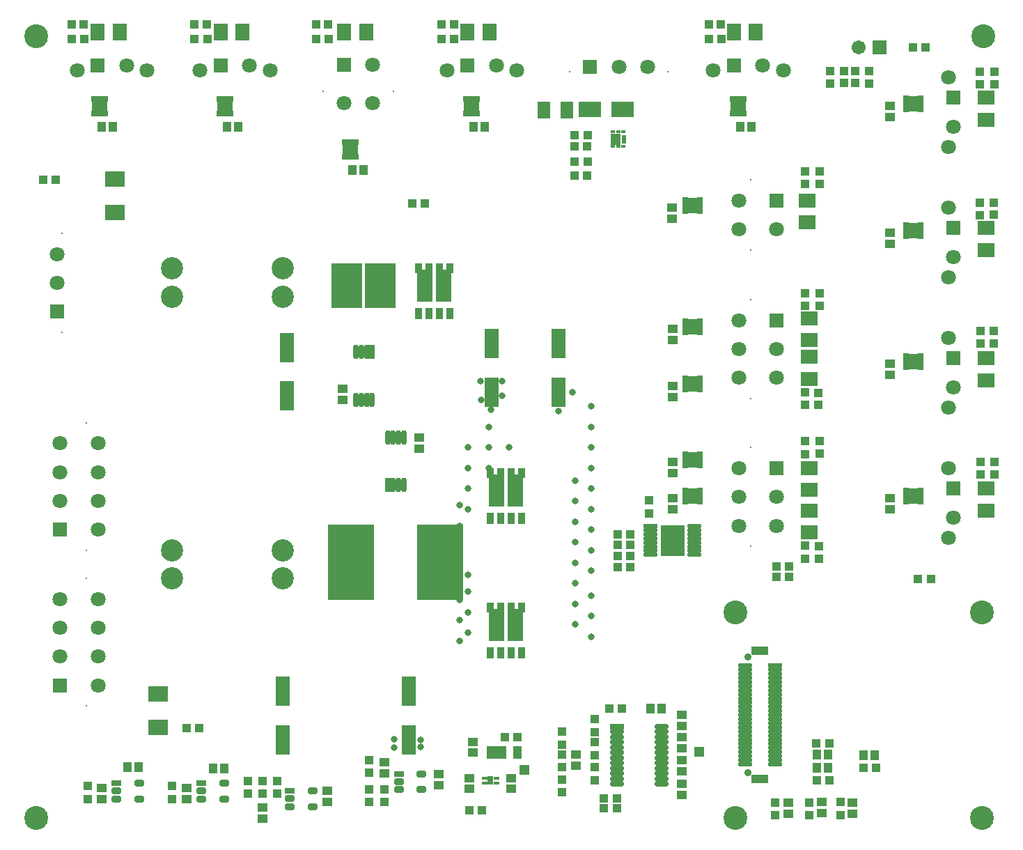
<source format=gts>
G04*
G04 #@! TF.GenerationSoftware,Altium Limited,Altium Designer,18.1.6 (161)*
G04*
G04 Layer_Color=8388736*
%FSLAX25Y25*%
%MOIN*%
G70*
G01*
G75*
%ADD26R,0.00787X0.03150*%
%ADD32R,0.03150X0.00787*%
%ADD60R,0.04147X0.04147*%
%ADD61R,0.06902X0.14383*%
%ADD62R,0.04537X0.04143*%
G04:AMPARAMS|DCode=63|XSize=67.06mil|YSize=25.72mil|CornerRadius=8.43mil|HoleSize=0mil|Usage=FLASHONLY|Rotation=270.000|XOffset=0mil|YOffset=0mil|HoleType=Round|Shape=RoundedRectangle|*
%AMROUNDEDRECTD63*
21,1,0.06706,0.00886,0,0,270.0*
21,1,0.05020,0.02572,0,0,270.0*
1,1,0.01686,-0.00443,-0.02510*
1,1,0.01686,-0.00443,0.02510*
1,1,0.01686,0.00443,0.02510*
1,1,0.01686,0.00443,-0.02510*
%
%ADD63ROUNDEDRECTD63*%
%ADD64R,0.02572X0.06706*%
%ADD65R,0.08083X0.06706*%
%ADD66R,0.04147X0.04147*%
%ADD67R,0.04737X0.04737*%
%ADD68R,0.04737X0.07493*%
%ADD69R,0.02769X0.01981*%
%ADD70R,0.10642X0.07493*%
%ADD71R,0.06312X0.07887*%
%ADD72R,0.06706X0.08083*%
%ADD73R,0.07493X0.04737*%
%ADD74R,0.01981X0.02769*%
%ADD75R,0.04143X0.04537*%
%ADD76R,0.07296X0.15800*%
%ADD77R,0.03202X0.04816*%
%ADD78R,0.03202X0.05800*%
%ADD79R,0.02769X0.04186*%
%ADD80R,0.02769X0.01784*%
%ADD81R,0.03950X0.03950*%
%ADD82R,0.03950X0.03950*%
%ADD83R,0.06706X0.02178*%
G04:AMPARAMS|DCode=84|XSize=21.78mil|YSize=67.06mil|CornerRadius=7.45mil|HoleSize=0mil|Usage=FLASHONLY|Rotation=90.000|XOffset=0mil|YOffset=0mil|HoleType=Round|Shape=RoundedRectangle|*
%AMROUNDEDRECTD84*
21,1,0.02178,0.05217,0,0,90.0*
21,1,0.00689,0.06706,0,0,90.0*
1,1,0.01489,0.02608,0.00345*
1,1,0.01489,0.02608,-0.00345*
1,1,0.01489,-0.02608,-0.00345*
1,1,0.01489,-0.02608,0.00345*
%
%ADD84ROUNDEDRECTD84*%
%ADD85R,0.11824X0.14580*%
%ADD86R,0.09300X0.07800*%
%ADD87R,0.07887X0.03950*%
%ADD88O,0.07099X0.01981*%
%ADD89R,0.07099X0.01981*%
%ADD90R,0.09461X0.06312*%
%ADD91R,0.04343X0.06312*%
%ADD92R,0.22257X0.36233*%
%ADD93R,0.14619X0.21784*%
G04:AMPARAMS|DCode=94|XSize=31.62mil|YSize=47.37mil|CornerRadius=9.91mil|HoleSize=0mil|Usage=FLASHONLY|Rotation=90.000|XOffset=0mil|YOffset=0mil|HoleType=Round|Shape=RoundedRectangle|*
%AMROUNDEDRECTD94*
21,1,0.03162,0.02756,0,0,90.0*
21,1,0.01181,0.04737,0,0,90.0*
1,1,0.01981,0.01378,0.00591*
1,1,0.01981,0.01378,-0.00591*
1,1,0.01981,-0.01378,-0.00591*
1,1,0.01981,-0.01378,0.00591*
%
%ADD94ROUNDEDRECTD94*%
%ADD95R,0.04737X0.03162*%
G04:AMPARAMS|DCode=96|XSize=25.72mil|YSize=65.09mil|CornerRadius=8.43mil|HoleSize=0mil|Usage=FLASHONLY|Rotation=90.000|XOffset=0mil|YOffset=0mil|HoleType=Round|Shape=RoundedRectangle|*
%AMROUNDEDRECTD96*
21,1,0.02572,0.04823,0,0,90.0*
21,1,0.00886,0.06509,0,0,90.0*
1,1,0.01686,0.02411,0.00443*
1,1,0.01686,0.02411,-0.00443*
1,1,0.01686,-0.02411,-0.00443*
1,1,0.01686,-0.02411,0.00443*
%
%ADD96ROUNDEDRECTD96*%
%ADD97R,0.06509X0.02572*%
%ADD98R,0.04737X0.05524*%
%ADD99R,0.02375X0.01784*%
%ADD100R,0.01981X0.03910*%
%ADD101C,0.00800*%
%ADD102R,0.07099X0.07099*%
%ADD103C,0.07099*%
%ADD104R,0.06706X0.06706*%
%ADD105C,0.06706*%
%ADD106R,0.07099X0.07099*%
%ADD107C,0.11430*%
%ADD108C,0.03556*%
%ADD109C,0.10642*%
%ADD110C,0.03162*%
D26*
X326992Y304626D02*
D03*
Y219291D02*
D03*
X432480Y165669D02*
D03*
Y230072D02*
D03*
Y292736D02*
D03*
Y353346D02*
D03*
X326992Y246850D02*
D03*
Y183071D02*
D03*
Y165669D02*
D03*
D32*
X158251Y332506D02*
D03*
X98085Y353228D02*
D03*
X38243D02*
D03*
X216196D02*
D03*
X343716D02*
D03*
D60*
X149803Y382579D02*
D03*
X143701D02*
D03*
X81693Y52720D02*
D03*
X87795D02*
D03*
X26644Y382579D02*
D03*
X32747D02*
D03*
X85630D02*
D03*
X91732D02*
D03*
X273712Y323893D02*
D03*
X267610D02*
D03*
X267413Y317262D02*
D03*
X273515D02*
D03*
X203740Y382579D02*
D03*
X209842D02*
D03*
X331693D02*
D03*
X337795D02*
D03*
X294154Y135065D02*
D03*
X288052D02*
D03*
X294154Y140315D02*
D03*
X288052D02*
D03*
X284037Y62205D02*
D03*
X290139D02*
D03*
X13145Y314961D02*
D03*
X19247D02*
D03*
X189704Y303642D02*
D03*
X195807D02*
D03*
X431890Y124016D02*
D03*
X437992D02*
D03*
X217180Y13374D02*
D03*
X223282D02*
D03*
X429528Y378546D02*
D03*
X435630D02*
D03*
X370276Y130020D02*
D03*
X364173D02*
D03*
X281555Y18996D02*
D03*
X287657D02*
D03*
X281555Y14567D02*
D03*
X287657D02*
D03*
X383366Y27758D02*
D03*
X389469D02*
D03*
X240074Y48577D02*
D03*
X233971D02*
D03*
X383268Y45276D02*
D03*
X389370D02*
D03*
X405709Y33676D02*
D03*
X411811D02*
D03*
X288150Y129921D02*
D03*
X294253D02*
D03*
X288052Y145508D02*
D03*
X294154D02*
D03*
X267610Y336479D02*
D03*
X273712D02*
D03*
D61*
X187987Y47244D02*
D03*
Y70472D02*
D03*
X227662Y213484D02*
D03*
Y236713D02*
D03*
X127665Y47244D02*
D03*
Y70472D02*
D03*
X259842Y213484D02*
D03*
Y236713D02*
D03*
X129921Y211614D02*
D03*
Y234842D02*
D03*
D62*
X193001Y191791D02*
D03*
Y186476D02*
D03*
X156578Y209783D02*
D03*
Y215098D02*
D03*
X400591Y17224D02*
D03*
Y11909D02*
D03*
X268257Y40053D02*
D03*
Y34738D02*
D03*
X314325Y211024D02*
D03*
Y216339D02*
D03*
X314573Y180118D02*
D03*
Y174803D02*
D03*
X418307Y221804D02*
D03*
Y227119D02*
D03*
Y284399D02*
D03*
Y289714D02*
D03*
X418307Y157402D02*
D03*
Y162716D02*
D03*
X418307Y345079D02*
D03*
Y350394D02*
D03*
X313976Y296358D02*
D03*
Y301673D02*
D03*
X314325Y238583D02*
D03*
Y243898D02*
D03*
X314573Y157319D02*
D03*
Y162634D02*
D03*
X318898Y59115D02*
D03*
Y53800D02*
D03*
X237022Y23624D02*
D03*
Y28939D02*
D03*
X217180Y23624D02*
D03*
Y28939D02*
D03*
X149222Y22736D02*
D03*
Y17421D02*
D03*
X118110Y14764D02*
D03*
Y9449D02*
D03*
X369660Y17224D02*
D03*
Y11909D02*
D03*
X202559Y30906D02*
D03*
Y25591D02*
D03*
X176476Y31236D02*
D03*
Y36551D02*
D03*
X385827Y17323D02*
D03*
Y12008D02*
D03*
X318898Y48451D02*
D03*
Y43136D02*
D03*
X218920Y46266D02*
D03*
Y40951D02*
D03*
X318898Y37396D02*
D03*
Y32081D02*
D03*
Y25951D02*
D03*
Y20636D02*
D03*
X41196Y18898D02*
D03*
Y24213D02*
D03*
X81693Y18898D02*
D03*
Y24213D02*
D03*
D63*
X162929Y209783D02*
D03*
X165488D02*
D03*
X168047D02*
D03*
X170606D02*
D03*
X162929Y232618D02*
D03*
X165488D02*
D03*
X168047D02*
D03*
X180610Y168957D02*
D03*
X183169D02*
D03*
X185728D02*
D03*
X178051Y191791D02*
D03*
X180610D02*
D03*
X183169D02*
D03*
X185728D02*
D03*
D64*
X170606Y232618D02*
D03*
X178051Y168957D02*
D03*
D65*
X379921Y238386D02*
D03*
Y248819D02*
D03*
Y219862D02*
D03*
Y230295D02*
D03*
X379819Y156714D02*
D03*
Y146281D02*
D03*
Y177154D02*
D03*
Y166720D02*
D03*
X464567Y167358D02*
D03*
Y156925D02*
D03*
Y219226D02*
D03*
Y229659D02*
D03*
Y281562D02*
D03*
Y291995D02*
D03*
Y343898D02*
D03*
Y354331D02*
D03*
X378937Y294685D02*
D03*
Y305118D02*
D03*
D66*
X377953Y207285D02*
D03*
Y213387D02*
D03*
X394685Y17323D02*
D03*
Y11220D02*
D03*
X379850Y17224D02*
D03*
Y11122D02*
D03*
X363386Y17224D02*
D03*
Y11122D02*
D03*
X125068Y21457D02*
D03*
Y27559D02*
D03*
X118110D02*
D03*
Y21457D02*
D03*
X111221Y21457D02*
D03*
Y27559D02*
D03*
X461712Y242815D02*
D03*
Y236713D02*
D03*
X461614Y304232D02*
D03*
Y298130D02*
D03*
X461712Y180118D02*
D03*
Y174016D02*
D03*
X461614Y366811D02*
D03*
Y360709D02*
D03*
X377850Y319094D02*
D03*
Y312991D02*
D03*
Y260827D02*
D03*
Y254724D02*
D03*
X169095Y37437D02*
D03*
Y31335D02*
D03*
X176476Y23425D02*
D03*
Y17323D02*
D03*
X377850Y139947D02*
D03*
Y133844D02*
D03*
X408425Y367244D02*
D03*
Y361142D02*
D03*
X389764Y367244D02*
D03*
Y361142D02*
D03*
X277125Y50848D02*
D03*
Y56951D02*
D03*
Y39848D02*
D03*
Y45951D02*
D03*
Y27848D02*
D03*
Y33951D02*
D03*
X261325Y44900D02*
D03*
Y51002D02*
D03*
Y33951D02*
D03*
Y40053D02*
D03*
Y21951D02*
D03*
Y28053D02*
D03*
X169095Y23425D02*
D03*
Y17323D02*
D03*
X34449Y25000D02*
D03*
Y18898D02*
D03*
X74634Y25000D02*
D03*
Y18898D02*
D03*
X303293Y155512D02*
D03*
Y161614D02*
D03*
X377850Y183847D02*
D03*
Y189949D02*
D03*
D67*
X243628Y32848D02*
D03*
X327203Y41511D02*
D03*
D68*
X324039Y302658D02*
D03*
Y217323D02*
D03*
X429528Y163701D02*
D03*
Y228104D02*
D03*
Y290768D02*
D03*
Y351378D02*
D03*
X324039Y244882D02*
D03*
Y181102D02*
D03*
Y163701D02*
D03*
D69*
X327582Y299705D02*
D03*
Y301673D02*
D03*
Y303642D02*
D03*
Y305610D02*
D03*
X320496D02*
D03*
Y303642D02*
D03*
Y301673D02*
D03*
Y299705D02*
D03*
X327582Y214370D02*
D03*
Y216339D02*
D03*
Y218307D02*
D03*
Y220276D02*
D03*
X320496D02*
D03*
Y218307D02*
D03*
Y216339D02*
D03*
Y214370D02*
D03*
X433071Y160748D02*
D03*
Y162716D02*
D03*
Y164685D02*
D03*
Y166654D02*
D03*
X425984D02*
D03*
Y164685D02*
D03*
Y162716D02*
D03*
Y160748D02*
D03*
X433071Y225151D02*
D03*
Y227119D02*
D03*
Y229088D02*
D03*
Y231056D02*
D03*
X425984D02*
D03*
Y229088D02*
D03*
Y227119D02*
D03*
Y225151D02*
D03*
X433071Y287815D02*
D03*
Y289784D02*
D03*
Y291752D02*
D03*
Y293721D02*
D03*
X425984D02*
D03*
Y291752D02*
D03*
Y289784D02*
D03*
Y287815D02*
D03*
X433071Y348425D02*
D03*
Y350394D02*
D03*
Y352362D02*
D03*
Y354331D02*
D03*
X425984D02*
D03*
Y352362D02*
D03*
Y350394D02*
D03*
Y348425D02*
D03*
X320496Y241929D02*
D03*
Y243898D02*
D03*
Y245866D02*
D03*
Y247835D02*
D03*
X327582D02*
D03*
Y245866D02*
D03*
Y243898D02*
D03*
Y241929D02*
D03*
X320496Y178150D02*
D03*
Y180118D02*
D03*
Y182087D02*
D03*
Y184055D02*
D03*
X327582D02*
D03*
Y182087D02*
D03*
Y180118D02*
D03*
Y178150D02*
D03*
X320496Y160748D02*
D03*
Y162716D02*
D03*
Y164685D02*
D03*
Y166654D02*
D03*
X327582D02*
D03*
Y164685D02*
D03*
Y162716D02*
D03*
Y160748D02*
D03*
D70*
X274696Y348799D02*
D03*
X290444D02*
D03*
D71*
X252953Y348425D02*
D03*
X263779D02*
D03*
D72*
X157229Y385827D02*
D03*
X167662D02*
D03*
X97993D02*
D03*
X108426D02*
D03*
X49660Y385827D02*
D03*
X39227D02*
D03*
X226725Y385827D02*
D03*
X216291D02*
D03*
X354149Y385827D02*
D03*
X343716D02*
D03*
D73*
X160219Y329553D02*
D03*
X100054Y350276D02*
D03*
X40211D02*
D03*
X218164D02*
D03*
X345685D02*
D03*
D74*
X163172Y333097D02*
D03*
X161204D02*
D03*
X159235D02*
D03*
X157267D02*
D03*
Y326010D02*
D03*
X159235D02*
D03*
X161204D02*
D03*
X163172D02*
D03*
X103007Y353819D02*
D03*
X101038D02*
D03*
X99070D02*
D03*
X97101D02*
D03*
Y346732D02*
D03*
X99070D02*
D03*
X101038D02*
D03*
X103007D02*
D03*
X43164Y353819D02*
D03*
X41196D02*
D03*
X39227D02*
D03*
X37259D02*
D03*
Y346732D02*
D03*
X39227D02*
D03*
X41196D02*
D03*
X43164D02*
D03*
X221117D02*
D03*
X219148D02*
D03*
X217180D02*
D03*
X215212D02*
D03*
Y353819D02*
D03*
X217180D02*
D03*
X219148D02*
D03*
X221117D02*
D03*
X348638Y346732D02*
D03*
X346669D02*
D03*
X344701D02*
D03*
X342732D02*
D03*
Y353819D02*
D03*
X344701D02*
D03*
X346669D02*
D03*
X348638D02*
D03*
D75*
X161204Y319882D02*
D03*
X166518D02*
D03*
X46511Y340551D02*
D03*
X41196D02*
D03*
X106353Y340551D02*
D03*
X101038D02*
D03*
X224463Y340551D02*
D03*
X219148D02*
D03*
X351984D02*
D03*
X346669D02*
D03*
X309154Y62008D02*
D03*
X303839D02*
D03*
X383366Y33788D02*
D03*
X388681D02*
D03*
X58780Y34058D02*
D03*
X53465D02*
D03*
X99732Y33366D02*
D03*
X94417D02*
D03*
X383366Y40201D02*
D03*
X388681D02*
D03*
X405709Y39848D02*
D03*
X411024D02*
D03*
D76*
X229975Y166339D02*
D03*
X239070D02*
D03*
X204901Y264347D02*
D03*
X195807D02*
D03*
X239070Y102024D02*
D03*
X229975D02*
D03*
D77*
X227023Y174626D02*
D03*
X232023D02*
D03*
X237022D02*
D03*
X242022D02*
D03*
X207854Y272635D02*
D03*
X202854D02*
D03*
X197854D02*
D03*
X192854D02*
D03*
X242022Y110311D02*
D03*
X237022D02*
D03*
X232023D02*
D03*
X227023D02*
D03*
D78*
X242022Y153110D02*
D03*
X237022D02*
D03*
X232023D02*
D03*
X227023D02*
D03*
X192854Y251119D02*
D03*
X197854D02*
D03*
X202854D02*
D03*
X207854D02*
D03*
X227023Y88795D02*
D03*
X232023D02*
D03*
X237022D02*
D03*
X242022D02*
D03*
D79*
X227121Y27758D02*
D03*
D80*
X229975Y28939D02*
D03*
Y26577D02*
D03*
X224306D02*
D03*
Y28939D02*
D03*
D81*
X468209Y236909D02*
D03*
Y242815D02*
D03*
Y298327D02*
D03*
Y304232D02*
D03*
X401677Y367244D02*
D03*
Y361339D02*
D03*
X396457Y367244D02*
D03*
Y361339D02*
D03*
X384543Y139764D02*
D03*
Y133858D02*
D03*
X384646Y189961D02*
D03*
Y184055D02*
D03*
Y260827D02*
D03*
Y254921D02*
D03*
X384240Y213191D02*
D03*
Y207285D02*
D03*
X468504Y180118D02*
D03*
Y174213D02*
D03*
Y366811D02*
D03*
Y360906D02*
D03*
X384842Y319094D02*
D03*
Y313188D02*
D03*
D82*
X32550Y389469D02*
D03*
X26644D02*
D03*
X91535D02*
D03*
X85630D02*
D03*
X364095Y125000D02*
D03*
X370001D02*
D03*
X331693Y389574D02*
D03*
X337598D02*
D03*
X273515Y330947D02*
D03*
X267610D02*
D03*
X203740Y389574D02*
D03*
X209646D02*
D03*
X143701D02*
D03*
X149606D02*
D03*
D83*
X303695Y149445D02*
D03*
D84*
Y147476D02*
D03*
Y145508D02*
D03*
Y143539D02*
D03*
Y141571D02*
D03*
Y139602D02*
D03*
Y137634D02*
D03*
Y135665D02*
D03*
X324955Y149445D02*
D03*
Y147476D02*
D03*
Y145508D02*
D03*
Y143539D02*
D03*
Y141571D02*
D03*
Y139602D02*
D03*
Y137634D02*
D03*
Y135665D02*
D03*
D85*
X314325Y142555D02*
D03*
D86*
X47632Y315354D02*
D03*
Y299354D02*
D03*
X68010Y53150D02*
D03*
Y69150D02*
D03*
D87*
X356299Y89764D02*
D03*
Y28346D02*
D03*
D88*
X349213Y82677D02*
D03*
Y80709D02*
D03*
Y78740D02*
D03*
Y76772D02*
D03*
Y74803D02*
D03*
Y72835D02*
D03*
Y70866D02*
D03*
Y68898D02*
D03*
Y66929D02*
D03*
Y64961D02*
D03*
Y62992D02*
D03*
Y61024D02*
D03*
Y59055D02*
D03*
Y57087D02*
D03*
Y55118D02*
D03*
Y53150D02*
D03*
Y51181D02*
D03*
Y49213D02*
D03*
Y47244D02*
D03*
Y45276D02*
D03*
Y43307D02*
D03*
Y41339D02*
D03*
Y39370D02*
D03*
Y37402D02*
D03*
Y35433D02*
D03*
X363386D02*
D03*
Y37402D02*
D03*
Y39370D02*
D03*
Y41339D02*
D03*
Y43307D02*
D03*
Y45276D02*
D03*
Y47244D02*
D03*
Y49213D02*
D03*
Y51181D02*
D03*
Y53150D02*
D03*
Y55118D02*
D03*
Y57087D02*
D03*
Y59055D02*
D03*
Y61024D02*
D03*
Y62992D02*
D03*
Y64961D02*
D03*
Y66929D02*
D03*
Y68898D02*
D03*
Y70866D02*
D03*
Y72835D02*
D03*
Y74803D02*
D03*
Y76772D02*
D03*
Y78740D02*
D03*
Y80709D02*
D03*
D89*
Y82677D02*
D03*
D90*
X230034Y40945D02*
D03*
D91*
X240074D02*
D03*
D92*
X202982Y132242D02*
D03*
X160462D02*
D03*
D93*
X158452Y264347D02*
D03*
X174593D02*
D03*
D94*
X194193Y30906D02*
D03*
Y23425D02*
D03*
X183366D02*
D03*
Y27165D02*
D03*
X99732Y26378D02*
D03*
Y18898D02*
D03*
X88905D02*
D03*
Y22638D02*
D03*
X59055Y26378D02*
D03*
Y18898D02*
D03*
X48228D02*
D03*
Y22638D02*
D03*
X142082Y22736D02*
D03*
Y15256D02*
D03*
X131255D02*
D03*
Y18996D02*
D03*
D95*
X183366Y30906D02*
D03*
X88905Y26378D02*
D03*
X48228D02*
D03*
X131255Y22736D02*
D03*
D96*
X309154Y25951D02*
D03*
Y28451D02*
D03*
Y30951D02*
D03*
Y33451D02*
D03*
Y35951D02*
D03*
Y38451D02*
D03*
Y40951D02*
D03*
Y43451D02*
D03*
Y45951D02*
D03*
Y48451D02*
D03*
Y50951D02*
D03*
Y53451D02*
D03*
X287697Y25951D02*
D03*
Y28451D02*
D03*
Y30951D02*
D03*
Y33451D02*
D03*
Y35951D02*
D03*
Y38451D02*
D03*
Y40951D02*
D03*
Y43451D02*
D03*
Y45951D02*
D03*
Y48451D02*
D03*
Y50951D02*
D03*
D97*
Y53451D02*
D03*
D98*
X287205Y334589D02*
D03*
D99*
X285827Y338231D02*
D03*
X288386D02*
D03*
X290945D02*
D03*
Y330947D02*
D03*
X288386D02*
D03*
X285827D02*
D03*
D100*
X291299Y334589D02*
D03*
D101*
X351654Y281496D02*
D03*
Y314961D02*
D03*
X33779Y137795D02*
D03*
Y198819D02*
D03*
Y63386D02*
D03*
Y124409D02*
D03*
X351654Y210433D02*
D03*
Y257677D02*
D03*
X147298Y357460D02*
D03*
X180763D02*
D03*
X351654Y139764D02*
D03*
Y187008D02*
D03*
X312285Y366614D02*
D03*
X265041D02*
D03*
X22165Y289370D02*
D03*
Y242126D02*
D03*
D102*
X364173Y305118D02*
D03*
X448819Y229659D02*
D03*
Y291995D02*
D03*
X21260Y147638D02*
D03*
Y73228D02*
D03*
X364173Y247835D02*
D03*
Y177165D02*
D03*
X448819Y354331D02*
D03*
Y167323D02*
D03*
X19685Y251969D02*
D03*
D103*
X364173Y291339D02*
D03*
X346063D02*
D03*
Y305118D02*
D03*
X446339Y206037D02*
D03*
Y239501D02*
D03*
X448819Y215879D02*
D03*
X446339Y268373D02*
D03*
Y301837D02*
D03*
X448819Y278215D02*
D03*
X121707Y367363D02*
D03*
X88243D02*
D03*
X111865Y369843D02*
D03*
X62849Y367363D02*
D03*
X29385D02*
D03*
X53007Y369843D02*
D03*
X39370Y188976D02*
D03*
X21260D02*
D03*
Y161417D02*
D03*
Y175197D02*
D03*
X39370D02*
D03*
Y161417D02*
D03*
Y147638D02*
D03*
Y114567D02*
D03*
X21260D02*
D03*
Y87008D02*
D03*
Y100787D02*
D03*
X39370D02*
D03*
Y87008D02*
D03*
Y73228D02*
D03*
X346063Y247835D02*
D03*
Y234055D02*
D03*
Y220276D02*
D03*
X364173D02*
D03*
Y234055D02*
D03*
X157141Y351870D02*
D03*
X170920D02*
D03*
Y369980D02*
D03*
X346063Y177165D02*
D03*
Y163386D02*
D03*
Y149606D02*
D03*
X364173D02*
D03*
Y163386D02*
D03*
X357496Y369843D02*
D03*
X333874Y367363D02*
D03*
X367338D02*
D03*
X302443Y369094D02*
D03*
X288663D02*
D03*
X448819Y340551D02*
D03*
X446339Y364173D02*
D03*
Y330709D02*
D03*
X229975Y369843D02*
D03*
X206353Y367363D02*
D03*
X239818D02*
D03*
X446339Y143701D02*
D03*
Y177165D02*
D03*
X448819Y153543D02*
D03*
X19685Y279528D02*
D03*
Y265748D02*
D03*
D104*
X413543Y378546D02*
D03*
D105*
X403543D02*
D03*
D106*
X98085Y369843D02*
D03*
X39227D02*
D03*
X157141Y369980D02*
D03*
X343716Y369843D02*
D03*
X274883Y369094D02*
D03*
X216196Y369843D02*
D03*
D107*
X463189Y383858D02*
D03*
X9843D02*
D03*
X344488Y108268D02*
D03*
X462598D02*
D03*
Y9843D02*
D03*
X344488D02*
D03*
X9843D02*
D03*
D108*
X350394Y86811D02*
D03*
Y31299D02*
D03*
D109*
X127665Y124409D02*
D03*
X74634D02*
D03*
X127665Y137795D02*
D03*
X74634D02*
D03*
Y272635D02*
D03*
X127665D02*
D03*
X74634Y259249D02*
D03*
X127665D02*
D03*
D110*
X212598Y122047D02*
D03*
X216535Y125984D02*
D03*
X212598Y159449D02*
D03*
Y149606D02*
D03*
Y139764D02*
D03*
Y129921D02*
D03*
X275590Y116142D02*
D03*
Y106299D02*
D03*
Y96457D02*
D03*
X212598Y114173D02*
D03*
Y104331D02*
D03*
Y94488D02*
D03*
X267717Y171260D02*
D03*
Y161417D02*
D03*
Y151575D02*
D03*
Y141732D02*
D03*
Y131890D02*
D03*
Y122047D02*
D03*
Y112205D02*
D03*
Y102362D02*
D03*
X275590Y157480D02*
D03*
Y147638D02*
D03*
Y137795D02*
D03*
Y127953D02*
D03*
Y167323D02*
D03*
Y177165D02*
D03*
Y187008D02*
D03*
Y196850D02*
D03*
Y206693D02*
D03*
X216535Y98425D02*
D03*
Y108268D02*
D03*
Y118110D02*
D03*
X236221Y187008D02*
D03*
X216535Y157480D02*
D03*
X226378Y177165D02*
D03*
X216535Y187008D02*
D03*
Y167323D02*
D03*
Y177165D02*
D03*
X226378Y187008D02*
D03*
Y196850D02*
D03*
X222883Y209798D02*
D03*
X227532Y205025D02*
D03*
X222334Y218710D02*
D03*
X232898D02*
D03*
X181261Y47324D02*
D03*
Y43424D02*
D03*
X193839Y43608D02*
D03*
Y47244D02*
D03*
X259842Y204330D02*
D03*
X266550Y213484D02*
D03*
X232830Y211781D02*
D03*
M02*

</source>
